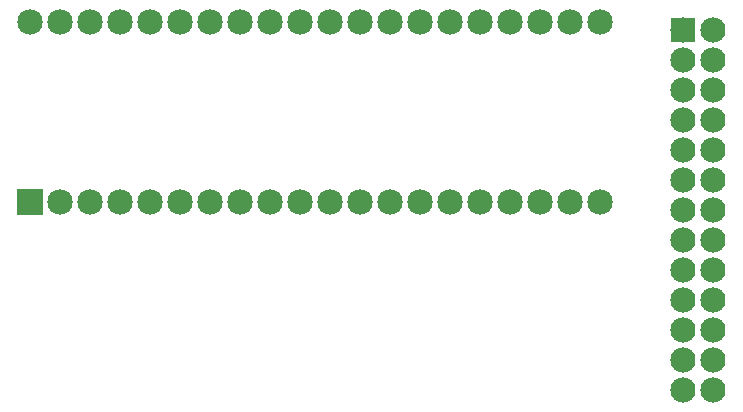
<source format=gbs>
G04 MADE WITH FRITZING*
G04 WWW.FRITZING.ORG*
G04 DOUBLE SIDED*
G04 HOLES PLATED*
G04 CONTOUR ON CENTER OF CONTOUR VECTOR*
%ASAXBY*%
%FSLAX23Y23*%
%MOIN*%
%OFA0B0*%
%SFA1.0B1.0*%
%ADD10C,0.084000*%
%ADD11C,0.085000*%
%ADD12R,0.084000X0.084000*%
%ADD13R,0.085000X0.085000*%
%LNMASK0*%
G90*
G70*
G54D10*
X2365Y1428D03*
X2365Y1328D03*
X2365Y1228D03*
X2365Y1128D03*
X2365Y1028D03*
X2365Y928D03*
X2365Y828D03*
X2365Y728D03*
X2365Y628D03*
X2365Y528D03*
X2365Y428D03*
X2365Y328D03*
X2365Y228D03*
X2265Y1428D03*
X2265Y1328D03*
X2265Y1228D03*
X2265Y1128D03*
X2265Y1028D03*
X2265Y928D03*
X2265Y828D03*
X2265Y728D03*
X2265Y628D03*
X2265Y528D03*
X2265Y428D03*
X2265Y328D03*
X2265Y228D03*
G54D11*
X90Y853D03*
X90Y1453D03*
X190Y853D03*
X190Y1453D03*
X290Y853D03*
X290Y1453D03*
X390Y853D03*
X390Y1453D03*
X490Y853D03*
X490Y1453D03*
X590Y853D03*
X590Y1453D03*
X690Y853D03*
X690Y1453D03*
X790Y853D03*
X790Y1453D03*
X890Y853D03*
X890Y1453D03*
X990Y853D03*
X990Y1453D03*
X1090Y853D03*
X1090Y1453D03*
X1190Y853D03*
X1190Y1453D03*
X1290Y853D03*
X1290Y1453D03*
X1390Y853D03*
X1390Y1453D03*
X1490Y853D03*
X1490Y1453D03*
X1590Y853D03*
X1590Y1453D03*
X1690Y853D03*
X1690Y1453D03*
X1790Y853D03*
X1790Y1453D03*
X1890Y853D03*
X1890Y1453D03*
X1990Y853D03*
X1990Y1453D03*
G54D12*
X2265Y1428D03*
G54D13*
X90Y853D03*
G04 End of Mask0*
M02*
</source>
